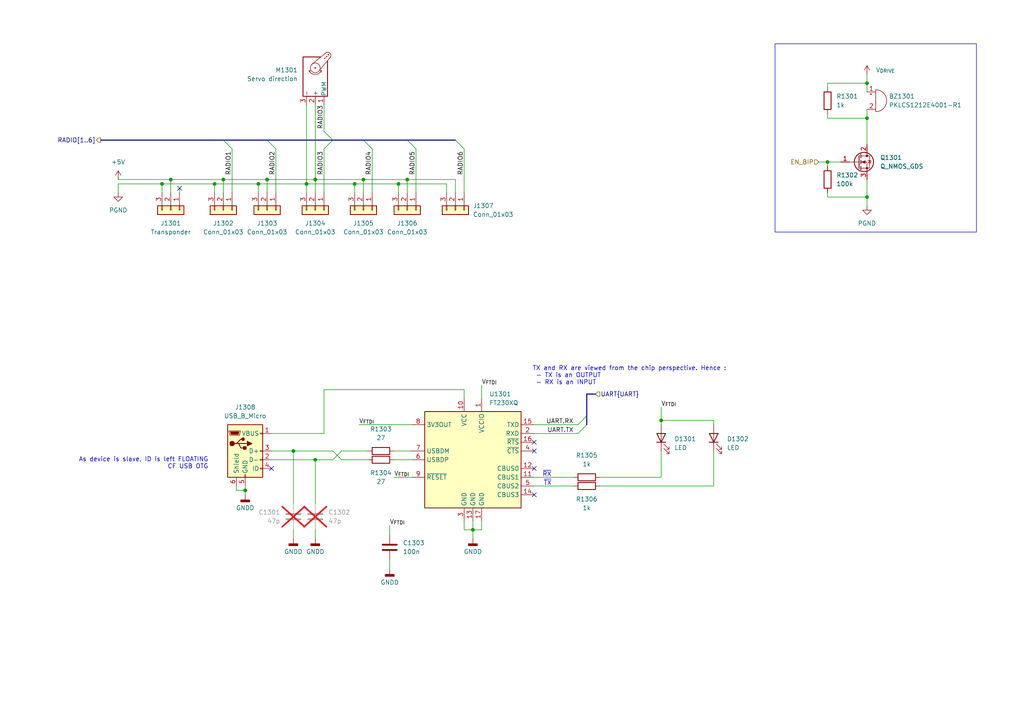
<source format=kicad_sch>
(kicad_sch (version 20240101) (generator "eeschema") (generator_version "8.99")
  (paper "A4")
  (title_block (date "2023-04-05") (rev "0.1") (company "Julien FAUCHER") (comment 1 "Defis solaires 2024"))
  (lib_symbols
    (symbol "Connector:USB_B_Micro" (pin_names (offset 1.016))
      (property "Reference" "J" (at -5.08 11.43 0))
      (property "Value" "USB_B_Micro" (at -5.08 8.89 0))
      (symbol "USB_B_Micro_0_1"
        (rectangle (start -5.08 -7.62) (end 5.08 7.62) (stroke (width 0.254)) (fill (type background)))
        (circle (center -3.81 2.159) (radius 0.635) (stroke (width 0.254)) (fill (type outline)))
        (circle (center -0.635 3.429) (radius 0.381) (stroke (width 0.254)) (fill (type outline)))
        (rectangle (start -0.127 -7.62) (end 0.127 -6.858))
        (polyline (pts (xy -1.905 2.159) (xy 0.635 2.159)) (stroke (width 0.254)))
        (polyline (pts (xy -3.175 2.159) (xy -2.54 2.159) (xy -1.27 3.429) (xy -0.635 3.429)) (stroke (width 0.254)))
        (polyline (pts (xy -2.54 2.159) (xy -1.905 2.159) (xy -1.27 0.889) (xy 0 0.889)) (stroke (width 0.254)))
        (polyline (pts (xy 0.635 2.794) (xy 0.635 1.524) (xy 1.905 2.159) (xy 0.635 2.794)) (stroke (width 0.254)) (fill (type outline)))
        (polyline (pts (xy -4.318 5.588) (xy -1.778 5.588) (xy -2.032 4.826) (xy -4.064 4.826) (xy -4.318 5.588)) (fill (type outline)))
        (polyline (pts (xy -4.699 5.842) (xy -4.699 5.588) (xy -4.445 4.826) (xy -4.445 4.572) (xy -1.651 4.572) (xy -1.651 4.826) (xy -1.397 5.588) (xy -1.397 5.842) (xy -4.699 5.842)))
        (rectangle (start 0.254 1.27) (end -0.508 0.508) (stroke (width 0.254)) (fill (type outline)))
        (rectangle (start 5.08 -5.207) (end 4.318 -4.953))
        (rectangle (start 5.08 -2.667) (end 4.318 -2.413))
        (rectangle (start 5.08 -0.127) (end 4.318 0.127))
        (rectangle (start 5.08 4.953) (end 4.318 5.207))
      )
      (symbol "USB_B_Micro_1_1"
        (pin power_out line (at 7.62 5.08 180) (length 2.54) (name "VBUS") (number "1"))
        (pin bidirectional line (at 7.62 -2.54 180) (length 2.54) (name "D-") (number "2"))
        (pin bidirectional line (at 7.62 0 180) (length 2.54) (name "D+") (number "3"))
        (pin passive line (at 7.62 -5.08 180) (length 2.54) (name "ID") (number "4"))
        (pin power_out line (at 0 -10.16 90) (length 2.54) (name "GND") (number "5"))
        (pin passive line (at -2.54 -10.16 90) (length 2.54) (name "Shield") (number "6"))
      )
    )
    (symbol "Connector_Generic:Conn_01x03" (pin_names (offset 1.016) hide)
      (property "Reference" "J" (at 0 5.08 0))
      (property "Value" "Conn_01x03" (at 0 -5.08 0))
      (symbol "Conn_01x03_1_1"
        (rectangle (start -1.27 -2.413) (end 0 -2.667) (stroke (width 0.1524)))
        (rectangle (start -1.27 0.127) (end 0 -0.127) (stroke (width 0.1524)))
        (rectangle (start -1.27 2.667) (end 0 2.413) (stroke (width 0.1524)))
        (rectangle (start -1.27 3.81) (end 1.27 -3.81) (stroke (width 0.254)) (fill (type background)))
        (pin passive line (at -5.08 2.54 0) (length 3.81) (name "Pin_1") (number "1"))
        (pin passive line (at -5.08 0 0) (length 3.81) (name "Pin_2") (number "2"))
        (pin passive line (at -5.08 -2.54 0) (length 3.81) (name "Pin_3") (number "3"))
      )
    )
    (symbol "Device:Buzzer" (pin_names (offset 0.0254) hide)
      (property "Reference" "BZ" (at 3.81 1.27 0))
      (property "Value" "Buzzer" (at 3.81 -1.27 0))
      (symbol "Buzzer_0_1"
        (arc (start 0 -3.175) (mid 3.1612 0) (end 0 3.175))
        (polyline (pts (xy -1.651 1.905) (xy -1.143 1.905)))
        (polyline (pts (xy -1.397 2.159) (xy -1.397 1.651)))
        (polyline (pts (xy 0 3.175) (xy 0 -3.175)))
      )
      (symbol "Buzzer_1_1"
        (pin passive line (at -2.54 2.54 0) (length 2.54) (name "+") (number "1"))
        (pin passive line (at -2.54 -2.54 0) (length 2.54) (name "-") (number "2"))
      )
    )
    (symbol "Device:C" (pin_numbers hide) (pin_names (offset 0.254))
      (property "Reference" "C" (at 0.635 2.54 0))
      (property "Value" "C" (at 0.635 -2.54 0))
      (symbol "C_0_1"
        (polyline (pts (xy -2.032 -0.762) (xy 2.032 -0.762)) (stroke (width 0.508)))
        (polyline (pts (xy -2.032 0.762) (xy 2.032 0.762)) (stroke (width 0.508)))
      )
      (symbol "C_1_1"
        (pin passive line (at 0 3.81 270) (length 2.794) (name "~") (number "1"))
        (pin passive line (at 0 -3.81 90) (length 2.794) (name "~") (number "2"))
      )
    )
    (symbol "Device:LED" (pin_numbers hide) (pin_names (offset 1.016) hide)
      (property "Reference" "D" (at 0 2.54 0))
      (property "Value" "LED" (at 0 -2.54 0))
      (symbol "LED_0_1"
        (polyline (pts (xy -1.27 -1.27) (xy -1.27 1.27)) (stroke (width 0.254)))
        (polyline (pts (xy -1.27 0) (xy 1.27 0)))
        (polyline (pts (xy 1.27 -1.27) (xy 1.27 1.27) (xy -1.27 0) (xy 1.27 -1.27)) (stroke (width 0.254)))
        (polyline (pts (xy -3.048 -0.762) (xy -4.572 -2.286) (xy -3.81 -2.286) (xy -4.572 -2.286) (xy -4.572 -1.524)))
        (polyline (pts (xy -1.778 -0.762) (xy -3.302 -2.286) (xy -2.54 -2.286) (xy -3.302 -2.286) (xy -3.302 -1.524)))
      )
      (symbol "LED_1_1"
        (pin passive line (at -3.81 0 0) (length 2.54) (name "K") (number "1"))
        (pin passive line (at 3.81 0 180) (length 2.54) (name "A") (number "2"))
      )
    )
    (symbol "Device:Q_NMOS_GDS" (pin_names (offset 0) hide)
      (property "Reference" "Q" (at 5.08 1.27 0))
      (property "Value" "Q_NMOS_GDS" (at 5.08 -1.27 0))
      (symbol "Q_NMOS_GDS_0_1"
        (polyline (pts (xy 0.254 0) (xy -2.54 0)))
        (polyline (pts (xy 0.254 1.905) (xy 0.254 -1.905)) (stroke (width 0.254)))
        (polyline (pts (xy 0.762 -1.27) (xy 0.762 -2.286)) (stroke (width 0.254)))
        (polyline (pts (xy 0.762 0.508) (xy 0.762 -0.508)) (stroke (width 0.254)))
        (polyline (pts (xy 0.762 2.286) (xy 0.762 1.27)) (stroke (width 0.254)))
        (polyline (pts (xy 2.54 2.54) (xy 2.54 1.778)))
        (polyline (pts (xy 2.54 -2.54) (xy 2.54 0) (xy 0.762 0)))
        (polyline (pts (xy 0.762 -1.778) (xy 3.302 -1.778) (xy 3.302 1.778) (xy 0.762 1.778)))
        (polyline (pts (xy 1.016 0) (xy 2.032 0.381) (xy 2.032 -0.381) (xy 1.016 0)) (fill (type outline)))
        (polyline (pts (xy 2.794 0.508) (xy 2.921 0.381) (xy 3.683 0.381) (xy 3.81 0.254)))
        (polyline (pts (xy 3.302 0.381) (xy 2.921 -0.254) (xy 3.683 -0.254) (xy 3.302 0.381)))
        (circle (center 1.651 0) (radius 2.794) (stroke (width 0.254)))
        (circle (center 2.54 -1.778) (radius 0.254) (fill (type outline)))
        (circle (center 2.54 1.778) (radius 0.254) (fill (type outline)))
      )
      (symbol "Q_NMOS_GDS_1_1"
        (pin input line (at -5.08 0 0) (length 2.54) (name "G") (number "1"))
        (pin passive line (at 2.54 5.08 270) (length 2.54) (name "D") (number "2"))
        (pin passive line (at 2.54 -5.08 90) (length 2.54) (name "S") (number "3"))
      )
    )
    (symbol "Device:R" (pin_numbers hide) (pin_names (offset 0))
      (property "Reference" "R" (at 2.032 0 90))
      (property "Value" "R" (at 0 0 90))
      (symbol "R_0_1"
        (rectangle (start -1.016 -2.54) (end 1.016 2.54) (stroke (width 0.254)))
      )
      (symbol "R_1_1"
        (pin passive line (at 0 3.81 270) (length 1.27) (name "~") (number "1"))
        (pin passive line (at 0 -3.81 90) (length 1.27) (name "~") (number "2"))
      )
    )
    (symbol "Interface_USB:FT230XQ"
      (property "Reference" "U" (at -13.97 15.24 0))
      (property "Value" "FT230XQ" (at 7.62 15.24 0))
      (symbol "FT230XQ_0_1"
        (rectangle (start -13.97 13.97) (end 13.97 -13.97) (stroke (width 0.254)) (fill (type background)))
      )
      (symbol "FT230XQ_1_1"
        (pin power_in line (at 2.54 17.78 270) (length 3.81) (name "VCCIO") (number "1"))
        (pin power_in line (at -2.54 17.78 270) (length 3.81) (name "VCC") (number "10"))
        (pin output line (at 17.78 10.16 180) (length 3.81) (name "TXD") (number "15"))
        (pin input line (at 17.78 7.62 180) (length 3.81) (name "RXD") (number "2"))
        (pin output line (at 17.78 5.08 180) (length 3.81) (name "~{RTS}") (number "16"))
        (pin input line (at 17.78 2.54 180) (length 3.81) (name "~{CTS}") (number "4"))
        (pin bidirectional line (at 17.78 -2.54 180) (length 3.81) (name "CBUS0") (number "12"))
        (pin bidirectional line (at 17.78 -5.08 180) (length 3.81) (name "CBUS1") (number "11"))
        (pin bidirectional line (at 17.78 -7.62 180) (length 3.81) (name "CBUS2") (number "5"))
        (pin bidirectional line (at 17.78 -10.16 180) (length 3.81) (name "CBUS3") (number "14"))
        (pin power_in line (at 2.54 -17.78 90) (length 3.81) (name "GND") (number "17"))
        (pin power_in line (at 0 -17.78 90) (length 3.81) (name "GND") (number "13"))
        (pin power_in line (at -2.54 -17.78 90) (length 3.81) (name "GND") (number "3"))
        (pin bidirectional line (at -17.78 0 0) (length 3.81) (name "USBDP") (number "6"))
        (pin bidirectional line (at -17.78 2.54 0) (length 3.81) (name "USBDM") (number "7"))
        (pin power_out line (at -17.78 10.16 0) (length 3.81) (name "3V3OUT") (number "8"))
        (pin input line (at -17.78 -5.08 0) (length 3.81) (name "~{RESET}") (number "9"))
      )
    )
    (symbol "Motor:Motor_Servo" (pin_names (offset 0.0254))
      (property "Reference" "M" (at -5.08 4.445 0))
      (property "Value" "Motor_Servo" (at -5.08 -4.064 0))
      (symbol "Motor_Servo_0_1"
        (polyline (pts (xy 2.413 -1.778) (xy 2.032 -1.778)))
        (polyline (pts (xy 2.413 -1.778) (xy 2.286 -1.397)))
        (polyline (pts (xy 2.413 1.778) (xy 1.905 1.778)))
        (polyline (pts (xy 2.413 1.778) (xy 2.286 1.397)))
        (polyline (pts (xy 6.35 4.445) (xy 2.54 1.27)))
        (polyline (pts (xy 7.62 3.175) (xy 4.191 -1.016)))
        (polyline (pts (xy 5.08 3.556) (xy -5.08 3.556) (xy -5.08 -3.556) (xy 6.35 -3.556) (xy 6.35 1.524)) (stroke (width 0.254)))
        (arc (start 2.413 1.778) (mid 1.2406 0) (end 2.413 -1.778))
        (circle (center 3.175 0) (radius 0.1778))
        (circle (center 3.175 0) (radius 1.4224))
        (circle (center 5.969 2.794) (radius 0.127))
        (circle (center 6.477 3.302) (radius 0.127))
        (circle (center 6.985 3.81) (radius 0.127))
        (arc (start 7.62 3.175) (mid 7.4485 4.2735) (end 6.35 4.445))
      )
      (symbol "Motor_Servo_1_1"
        (pin passive line (at -7.62 2.54 0) (length 2.54) (name "PWM") (number "1"))
        (pin passive line (at -7.62 0 0) (length 2.54) (name "+") (number "2"))
        (pin passive line (at -7.62 -2.54 0) (length 2.54) (name "-") (number "3"))
      )
    )
    (symbol "power:+12V" (power) (pin_names (offset 0))
      (property "Value" "+12V" (at 0 3.556 0))
      (symbol "+12V_0_1"
        (polyline (pts (xy -0.762 1.27) (xy 0 2.54)))
        (polyline (pts (xy 0 0) (xy 0 2.54)))
        (polyline (pts (xy 0 2.54) (xy 0.762 1.27)))
      )
      (symbol "+12V_1_1"
        (pin power_in line (at 0 0 90) (length 0) hide (name "+12V") (number "1"))
      )
    )
    (symbol "power:+5V" (power) (pin_names (offset 0))
      (property "Value" "+5V" (at 0 3.556 0))
      (symbol "+5V_0_1"
        (polyline (pts (xy -0.762 1.27) (xy 0 2.54)))
        (polyline (pts (xy 0 0) (xy 0 2.54)))
        (polyline (pts (xy 0 2.54) (xy 0.762 1.27)))
      )
      (symbol "+5V_1_1"
        (pin power_in line (at 0 0 90) (length 0) hide (name "+5V") (number "1"))
      )
    )
    (symbol "power:GND" (power) (pin_names (offset 0))
      (property "Value" "GND" (at 0 -3.81 0))
      (symbol "GND_0_1"
        (polyline (pts (xy 0 0) (xy 0 -1.27) (xy 1.27 -1.27) (xy 0 -2.54) (xy -1.27 -1.27) (xy 0 -1.27)))
      )
      (symbol "GND_1_1"
        (pin power_in line (at 0 0 270) (length 0) hide (name "GND") (number "1"))
      )
    )
    (symbol "power:GNDD" (power) (pin_numbers hide) (pin_names (offset 0) hide)
      (property "Value" "GNDD" (at 0 -3.175 0))
      (symbol "GNDD_0_1"
        (rectangle (start -1.27 -1.524) (end 1.27 -2.032) (stroke (width 0.254)) (fill (type outline)))
        (polyline (pts (xy 0 0) (xy 0 -1.524)))
      )
      (symbol "GNDD_1_1"
        (pin power_in line (at 0 0 270) (length 0) (name "~") (number "1"))
      )
    )
  )
  (bus_alias "UART" (members "RX" "TX"))
  (junction (at 251.46 24.13))
  (junction (at 46.99 53.34))
  (junction (at 191.77 121.92))
  (junction (at 91.44 52.07))
  (junction (at 240.03 46.99))
  (junction (at 137.16 153.67))
  (junction (at 105.41 52.07))
  (junction (at 85.09 130.81))
  (junction (at 115.57 53.34))
  (junction (at 102.87 53.34))
  (junction (at 49.53 52.07))
  (junction (at 64.77 52.07))
  (junction (at 251.46 34.29))
  (junction (at 71.12 142.24))
  (junction (at 62.23 53.34))
  (junction (at 91.44 133.35))
  (junction (at 74.93 53.34))
  (junction (at 251.46 57.15))
  (junction (at 77.47 52.07))
  (junction (at 118.11 52.07))
  (junction (at 88.9 53.34))
  (no_connect (at 154.94 130.81))
  (no_connect (at 78.74 135.89))
  (no_connect (at 154.94 128.27))
  (no_connect (at 52.07 54.61))
  (no_connect (at 154.94 135.89))
  (no_connect (at 154.94 143.51))
  (bus_entry (at 96.52 40.64) (size -2.54 -2.54))
  (bus_entry (at 170.18 120.65) (size -2.54 2.54))
  (bus_entry (at 96.52 40.64) (size -2.54 2.54))
  (bus_entry (at 105.41 40.64) (size 2.54 2.54))
  (bus_entry (at 132.08 40.64) (size 2.54 2.54))
  (bus_entry (at 77.47 40.64) (size 2.54 2.54))
  (bus_entry (at 170.18 123.19) (size -2.54 2.54))
  (bus_entry (at 64.77 40.64) (size 2.54 2.54))
  (bus_entry (at 118.11 40.64) (size 2.54 2.54))
  (wire (pts (xy 88.9 53.34) (xy 102.87 53.34)))
  (wire (pts (xy 62.23 53.34) (xy 74.93 53.34)))
  (wire (pts (xy 46.99 53.34) (xy 46.99 55.88)))
  (wire (pts (xy 91.44 52.07) (xy 91.44 55.88)))
  (wire (pts (xy 71.12 142.24) (xy 71.12 143.51)))
  (wire (pts (xy 68.58 142.24) (xy 71.12 142.24)))
  (wire (pts (xy 134.62 153.67) (xy 137.16 153.67)))
  (wire (pts (xy 34.29 52.07) (xy 49.53 52.07)))
  (wire (pts (xy 191.77 118.11) (xy 191.77 121.92)))
  (wire (pts (xy 191.77 121.92) (xy 207.01 121.92)))
  (bus (pts (xy 170.18 114.3) (xy 170.18 120.65)))
  (wire (pts (xy 107.95 43.18) (xy 107.95 55.88)))
  (wire (pts (xy 114.3 138.43) (xy 119.38 138.43)))
  (wire (pts (xy 91.44 30.48) (xy 91.44 52.07)))
  (wire (pts (xy 91.44 52.07) (xy 105.41 52.07)))
  (wire (pts (xy 114.3 133.35) (xy 119.38 133.35)))
  (wire (pts (xy 134.62 113.03) (xy 134.62 115.57)))
  (wire (pts (xy 251.46 57.15) (xy 251.46 59.69)))
  (bus (pts (xy 64.77 40.64) (xy 77.47 40.64)))
  (wire (pts (xy 74.93 53.34) (xy 88.9 53.34)))
  (wire (pts (xy 132.08 52.07) (xy 132.08 55.88)))
  (wire (pts (xy 115.57 53.34) (xy 129.54 53.34)))
  (wire (pts (xy 80.01 43.18) (xy 80.01 55.88)))
  (wire (pts (xy 78.74 130.81) (xy 85.09 130.81)))
  (wire (pts (xy 207.01 121.92) (xy 207.01 123.19)))
  (wire (pts (xy 154.94 138.43) (xy 166.37 138.43)))
  (wire (pts (xy 88.9 30.48) (xy 88.9 53.34)))
  (wire (pts (xy 118.11 52.07) (xy 132.08 52.07)))
  (wire (pts (xy 118.11 52.07) (xy 118.11 55.88)))
  (wire (pts (xy 191.77 121.92) (xy 191.77 123.19)))
  (wire (pts (xy 113.03 152.4) (xy 113.03 154.94)))
  (wire (pts (xy 62.23 55.88) (xy 62.23 53.34)))
  (wire (pts (xy 67.31 43.18) (xy 67.31 55.88)))
  (wire (pts (xy 240.03 24.13) (xy 251.46 24.13)))
  (wire (pts (xy 71.12 140.97) (xy 71.12 142.24)))
  (wire (pts (xy 99.06 130.81) (xy 106.68 130.81)))
  (bus (pts (xy 105.41 40.64) (xy 118.11 40.64)))
  (wire (pts (xy 240.03 46.99) (xy 243.84 46.99)))
  (wire (pts (xy 240.03 33.02) (xy 240.03 34.29)))
  (wire (pts (xy 207.01 140.97) (xy 207.01 130.81)))
  (wire (pts (xy 74.93 53.34) (xy 74.93 55.88)))
  (wire (pts (xy 78.74 125.73) (xy 93.98 125.73)))
  (wire (pts (xy 137.16 151.13) (xy 137.16 153.67)))
  (wire (pts (xy 154.94 125.73) (xy 167.64 125.73)))
  (wire (pts (xy 251.46 31.75) (xy 251.46 34.29)))
  (wire (pts (xy 85.09 130.81) (xy 96.52 130.81)))
  (wire (pts (xy 96.52 133.35) (xy 99.06 130.81)))
  (wire (pts (xy 240.03 55.88) (xy 240.03 57.15)))
  (wire (pts (xy 93.98 30.48) (xy 93.98 38.1)))
  (wire (pts (xy 91.44 133.35) (xy 96.52 133.35)))
  (bus (pts (xy 170.18 114.3) (xy 172.72 114.3)))
  (wire (pts (xy 85.09 130.81) (xy 85.09 146.05)))
  (wire (pts (xy 191.77 138.43) (xy 191.77 130.81)))
  (wire (pts (xy 113.03 162.56) (xy 113.03 165.1)))
  (wire (pts (xy 88.9 53.34) (xy 88.9 55.88)))
  (wire (pts (xy 154.94 140.97) (xy 166.37 140.97)))
  (bus (pts (xy 96.52 40.64) (xy 105.41 40.64)))
  (wire (pts (xy 52.07 54.61) (xy 52.07 55.88)))
  (wire (pts (xy 134.62 151.13) (xy 134.62 153.67)))
  (wire (pts (xy 137.16 153.67) (xy 137.16 156.21)))
  (wire (pts (xy 115.57 53.34) (xy 115.57 55.88)))
  (bus (pts (xy 118.11 40.64) (xy 132.08 40.64)))
  (wire (pts (xy 64.77 52.07) (xy 77.47 52.07)))
  (wire (pts (xy 64.77 55.88) (xy 64.77 52.07)))
  (wire (pts (xy 68.58 140.97) (xy 68.58 142.24)))
  (bus (pts (xy 29.21 40.64) (xy 64.77 40.64)))
  (wire (pts (xy 137.16 153.67) (xy 139.7 153.67)))
  (wire (pts (xy 240.03 46.99) (xy 240.03 48.26)))
  (wire (pts (xy 46.99 53.34) (xy 34.29 53.34)))
  (wire (pts (xy 251.46 52.07) (xy 251.46 57.15)))
  (wire (pts (xy 64.77 52.07) (xy 49.53 52.07)))
  (wire (pts (xy 120.65 43.18) (xy 120.65 55.88)))
  (wire (pts (xy 129.54 53.34) (xy 129.54 55.88)))
  (wire (pts (xy 78.74 133.35) (xy 91.44 133.35)))
  (wire (pts (xy 240.03 57.15) (xy 251.46 57.15)))
  (wire (pts (xy 251.46 24.13) (xy 251.46 26.67)))
  (wire (pts (xy 240.03 34.29) (xy 251.46 34.29)))
  (bus (pts (xy 77.47 40.64) (xy 96.52 40.64)))
  (wire (pts (xy 139.7 153.67) (xy 139.7 151.13)))
  (wire (pts (xy 34.29 53.34) (xy 34.29 55.88)))
  (wire (pts (xy 77.47 52.07) (xy 77.47 55.88)))
  (wire (pts (xy 139.7 111.76) (xy 139.7 115.57)))
  (wire (pts (xy 105.41 52.07) (xy 105.41 55.88)))
  (wire (pts (xy 104.14 123.19) (xy 119.38 123.19)))
  (wire (pts (xy 99.06 133.35) (xy 106.68 133.35)))
  (wire (pts (xy 240.03 25.4) (xy 240.03 24.13)))
  (wire (pts (xy 96.52 130.81) (xy 99.06 133.35)))
  (wire (pts (xy 93.98 125.73) (xy 93.98 113.03)))
  (bus (pts (xy 170.18 120.65) (xy 170.18 123.19)))
  (wire (pts (xy 134.62 43.18) (xy 134.62 55.88)))
  (wire (pts (xy 102.87 55.88) (xy 102.87 53.34)))
  (wire (pts (xy 102.87 53.34) (xy 115.57 53.34)))
  (wire (pts (xy 251.46 34.29) (xy 251.46 41.91)))
  (wire (pts (xy 93.98 43.18) (xy 93.98 55.88)))
  (wire (pts (xy 251.46 21.59) (xy 251.46 24.13)))
  (wire (pts (xy 77.47 52.07) (xy 91.44 52.07)))
  (wire (pts (xy 93.98 113.03) (xy 134.62 113.03)))
  (wire (pts (xy 154.94 123.19) (xy 167.64 123.19)))
  (wire (pts (xy 85.09 153.67) (xy 85.09 156.21)))
  (wire (pts (xy 49.53 52.07) (xy 49.53 55.88)))
  (wire (pts (xy 62.23 53.34) (xy 46.99 53.34)))
  (wire (pts (xy 91.44 133.35) (xy 91.44 146.05)))
  (wire (pts (xy 173.99 138.43) (xy 191.77 138.43)))
  (wire (pts (xy 237.49 46.99) (xy 240.03 46.99)))
  (wire (pts (xy 173.99 140.97) (xy 207.01 140.97)))
  (wire (pts (xy 114.3 130.81) (xy 119.38 130.81)))
  (wire (pts (xy 91.44 153.67) (xy 91.44 156.21)))
  (wire (pts (xy 105.41 52.07) (xy 118.11 52.07)))
  (rectangle (start 224.79 12.7) (end 283.21 67.31))
  (text "TX and RX are viewed from the chip perspective. Hence :\n - TX is an OUTPUT\n - RX is an INPUT\n" (at 154.432 111.76 0) (effects (font (size 1.27 1.27)) (justify left bottom)))
  (text "~{RX}" (at 160.0037 138.43 0) (effects (font (size 1.27 1.27)) (justify right bottom)))
  (text "~{TX}" (at 160.02 140.97 0) (effects (font (size 1.27 1.27)) (justify right bottom)))
  (text "As device is slave, ID is left FLOATING\nCF USB OTG" (at 60.452 136.144 0) (effects (font (size 1.27 1.27)) (justify right bottom)))
  (label "V_{FTDI}" (at 113.03 152.4 0))
  (label "RADIO3" (at 93.98 50.8 90))
  (label "RADIO3" (at 93.98 30.48 270))
  (label "UART.RX" (at 166.37 123.19 180))
  (label "V_{FTDI}" (at 139.7 111.76 0))
  (label "RADIO1" (at 67.31 50.8 90))
  (label "V_{FTDI}" (at 191.77 118.11 0))
  (label "UART.TX" (at 166.37 125.73 180))
  (label "V_{FTDI}" (at 114.3 138.43 0))
  (label "RADIO4" (at 107.95 50.8 90))
  (label "RADIO6" (at 134.62 50.8 90))
  (label "RADIO5" (at 120.65 50.8 90))
  (label "V_{FTDI}" (at 104.14 123.19 0))
  (label "RADIO2" (at 80.01 50.8 90))
  (hierarchical_label "EN_BIP" (shape input) (at 237.49 46.99 180))
  (hierarchical_label "RADIO[1..6]" (shape output) (at 29.21 40.64 180))
  (hierarchical_label "UART{UART}" (shape input) (at 172.72 114.3 0))
  (symbol (lib_id "power:GNDD") (at 137.16 156.21 0) (unit 1)
    (property "Reference" "#PWR01308" (effects (hide yes)))
    (property "Value" "GNDD" (at 137.16 160.02 0))
    (property "Description" "Power symbol creates a global label with name \"GNDD\" , digital ground" (effects (hide yes)))
  )
  (symbol (lib_id "power:+5V") (at 34.29 52.07 0) (unit 1)
    (property "Reference" "#PWR01302" (effects (hide yes)))
    (property "Value" "+5V" (at 34.29 46.99 0))
    (property "Description" "Power symbol creates a global label with name \"+5V\"" (effects (hide yes)))
  )
  (symbol (lib_id "power:GNDD") (at 113.03 165.1 0) (unit 1)
    (property "Reference" "#PWR01309" (effects (hide yes)))
    (property "Value" "GNDD" (at 113.03 168.91 0))
    (property "Description" "Power symbol creates a global label with name \"GNDD\" , digital ground" (effects (hide yes)))
  )
  (symbol (lib_id "Device:R") (at 240.03 29.21 0) (unit 1)
    (property "Reference" "R1301" (at 242.57 27.9399 0) (effects (justify left)))
    (property "Value" "1k" (at 242.57 30.4799 0) (effects (justify left)))
    (property "Footprint" "Resistor_SMD:R_0805_2012Metric" (effects (hide yes)))
    (property "Description" "Resistor" (effects (hide yes)))
  )
  (symbol (lib_id "Connector_Generic:Conn_01x03") (at 132.08 60.96 270) (unit 1)
    (property "Reference" "J1307" (at 137.16 59.6899 90) (effects (justify left)))
    (property "Value" "Conn_01x03" (at 137.16 62.2299 90) (effects (justify left)))
    (property "Footprint" "Connector_PinHeader_2.54mm:PinHeader_1x03_P2.54mm_Vertical" (effects (hide yes)))
    (property "Description" "Generic connector, single row, 01x03, script generated (kicad-library-utils/schlib/autogen/connector/)" (effects (hide yes)))
  )
  (symbol (lib_id "Connector_Generic:Conn_01x03") (at 105.41 60.96 270) (unit 1)
    (property "Reference" "J1305" (at 105.41 64.77 90))
    (property "Value" "Conn_01x03" (at 105.41 67.31 90))
    (property "Footprint" "Connector_PinHeader_2.54mm:PinHeader_1x03_P2.54mm_Vertical" (effects (hide yes)))
    (property "Description" "Generic connector, single row, 01x03, script generated (kicad-library-utils/schlib/autogen/connector/)" (effects (hide yes)))
  )
  (symbol (lib_id "Device:C") (at 113.03 158.75 0) (unit 1)
    (property "Reference" "C1303" (at 116.84 157.4799 0) (effects (justify left)))
    (property "Value" "100n" (at 116.84 160.0199 0) (effects (justify left)))
    (property "Footprint" "Capacitor_SMD:C_0805_2012Metric" (effects (hide yes)))
    (property "Description" "Unpolarized capacitor" (effects (hide yes)))
  )
  (symbol (lib_id "Connector_Generic:Conn_01x03") (at 77.47 60.96 270) (unit 1)
    (property "Reference" "J1303" (at 77.47 64.77 90))
    (property "Value" "Conn_01x03" (at 77.47 67.31 90))
    (property "Footprint" "Connector_PinHeader_2.54mm:PinHeader_1x03_P2.54mm_Vertical" (effects (hide yes)))
    (property "Description" "Generic connector, single row, 01x03, script generated (kicad-library-utils/schlib/autogen/connector/)" (effects (hide yes)))
  )
  (symbol (lib_id "Device:R") (at 110.49 133.35 270) (unit 1)
    (property "Reference" "R1304" (at 110.49 137.16 90))
    (property "Value" "27" (at 110.49 139.7 90))
    (property "Footprint" "Resistor_SMD:R_0805_2012Metric" (effects (hide yes)))
    (property "Description" "Resistor" (effects (hide yes)))
  )
  (symbol (lib_id "Device:R") (at 170.18 138.43 270) (unit 1)
    (property "Reference" "R1305" (at 170.18 132.08 90))
    (property "Value" "1k" (at 170.18 134.62 90))
    (property "Footprint" "Resistor_SMD:R_0805_2012Metric" (effects (hide yes)))
    (property "Description" "Resistor" (effects (hide yes)))
  )
  (symbol (lib_id "Device:Buzzer") (at 254 29.21 0) (unit 1)
    (property "Reference" "BZ1301" (at 257.81 27.9399 0) (effects (justify left)))
    (property "Value" "PKLCS1212E4001-R1" (at 257.81 30.4799 0) (effects (justify left)))
    (property "Datasheet" "https://www.murata.com/products/productdata/8801054490654/SPEC-PKLCS1212E4001-R1.pdf" (effects (hide yes)))
    (property "Description" "Buzzer, polarized" (effects (hide yes)))
  )
  (symbol (lib_id "Connector_Generic:Conn_01x03") (at 64.77 60.96 270) (unit 1)
    (property "Reference" "J1302" (at 64.77 64.77 90))
    (property "Value" "Conn_01x03" (at 64.77 67.31 90))
    (property "Footprint" "Connector_PinHeader_2.54mm:PinHeader_1x03_P2.54mm_Vertical" (effects (hide yes)))
    (property "Description" "Generic connector, single row, 01x03, script generated (kicad-library-utils/schlib/autogen/connector/)" (effects (hide yes)))
  )
  (symbol (lib_id "Device:Q_NMOS_GDS") (at 248.92 46.99 0) (unit 1)
    (property "Reference" "Q1301" (at 255.27 45.7199 0) (effects (justify left)))
    (property "Value" "Q_NMOS_GDS" (at 255.27 48.2599 0) (effects (justify left)))
    (property "Description" "N-MOSFET transistor, gate/drain/source" (effects (hide yes)))
  )
  (symbol (lib_id "power:GNDD") (at 71.12 143.51 0) (unit 1)
    (property "Reference" "#PWR01305" (effects (hide yes)))
    (property "Value" "GNDD" (at 71.12 147.32 0))
    (property "Description" "Power symbol creates a global label with name \"GNDD\" , digital ground" (effects (hide yes)))
  )
  (symbol (lib_id "Interface_USB:FT230XQ") (at 137.16 133.35 0) (unit 1)
    (property "Reference" "U1301" (at 141.8941 114.3 0) (effects (justify left)))
    (property "Value" "FT230XQ" (at 141.8941 116.84 0) (effects (justify left)))
    (property "Footprint" "Package_DFN_QFN:QFN-16-1EP_4x4mm_P0.65mm_EP2.1x2.1mm" (effects (hide yes)))
    (property "Datasheet" "https://ftdichip.com/wp-content/uploads/2021/10/DS_FT230X.pdf" (effects (hide yes)))
    (property "Description" "Full Speed USB to Basic UART, QFN-16" (effects (hide yes)))
  )
  (symbol (lib_id "Connector_Generic:Conn_01x03") (at 91.44 60.96 270) (unit 1)
    (property "Reference" "J1304" (at 91.44 64.77 90))
    (property "Value" "Conn_01x03" (at 91.44 67.31 90))
    (property "Footprint" "Connector_PinHeader_2.54mm:PinHeader_1x03_P2.54mm_Vertical" (effects (hide yes)))
    (property "Description" "Generic connector, single row, 01x03, script generated (kicad-library-utils/schlib/autogen/connector/)" (effects (hide yes)))
  )
  (symbol (lib_id "Device:R") (at 170.18 140.97 270) (unit 1)
    (property "Reference" "R1306" (at 170.18 144.78 90))
    (property "Value" "1k" (at 170.18 147.32 90))
    (property "Footprint" "Resistor_SMD:R_0805_2012Metric" (effects (hide yes)))
    (property "Description" "Resistor" (effects (hide yes)))
  )
  (symbol (lib_id "power:GNDD") (at 91.44 156.21 0) (unit 1)
    (property "Reference" "#PWR01307" (effects (hide yes)))
    (property "Value" "GNDD" (at 91.44 160.02 0))
    (property "Description" "Power symbol creates a global label with name \"GNDD\" , digital ground" (effects (hide yes)))
  )
  (symbol (lib_id "Connector_Generic:Conn_01x03") (at 118.11 60.96 270) (unit 1)
    (property "Reference" "J1306" (at 118.11 64.77 90))
    (property "Value" "Conn_01x03" (at 118.11 67.31 90))
    (property "Footprint" "Connector_PinHeader_2.54mm:PinHeader_1x03_P2.54mm_Vertical" (effects (hide yes)))
    (property "Description" "Generic connector, single row, 01x03, script generated (kicad-library-utils/schlib/autogen/connector/)" (effects (hide yes)))
  )
  (symbol (lib_id "power:+12V") (at 251.46 21.59 0) (unit 1)
    (property "Reference" "#PWR01301" (effects (hide yes)))
    (property "Value" "V_{DRIVE}" (at 254 20.3199 0) (effects (justify left)))
    (property "Description" "Power symbol creates a global label with name \"+12V\"" (effects (hide yes)))
  )
  (symbol (lib_id "Device:R") (at 110.49 130.81 270) (unit 1)
    (property "Reference" "R1303" (at 110.49 124.46 90))
    (property "Value" "27" (at 110.49 127 90))
    (property "Footprint" "Resistor_SMD:R_0805_2012Metric" (effects (hide yes)))
    (property "Description" "Resistor" (effects (hide yes)))
  )
  (symbol (lib_id "Device:LED") (at 191.77 127 90) (unit 1)
    (property "Reference" "D1301" (at 195.58 127.3174 90) (effects (justify right)))
    (property "Value" "LED" (at 195.58 129.8574 90) (effects (justify right)))
    (property "Footprint" "LED_SMD:LED_0805_2012Metric" (effects (hide yes)))
    (property "Description" "Light emitting diode" (effects (hide yes)))
  )
  (symbol (lib_id "power:GNDD") (at 85.09 156.21 0) (unit 1)
    (property "Reference" "#PWR01306" (effects (hide yes)))
    (property "Value" "GNDD" (at 85.09 160.02 0))
    (property "Description" "Power symbol creates a global label with name \"GNDD\" , digital ground" (effects (hide yes)))
  )
  (symbol (lib_id "Motor:Motor_Servo") (at 91.44 22.86 270) (mirror x) (unit 1)
    (property "Reference" "M1301" (at 86.36 20.331 90) (effects (justify right)))
    (property "Value" "Servo direction" (at 86.36 22.871 90) (effects (justify right)))
    (property "Footprint" "Connector_PinHeader_2.54mm:PinHeader_1x03_P2.54mm_Vertical" (effects (hide yes)))
    (property "Datasheet" "http://forums.parallax.com/uploads/attachments/46831/74481.png" (effects (hide yes)))
    (property "Description" "Servo Motor (Futaba, HiTec, JR connector)" (effects (hide yes)))
  )
  (symbol (lib_id "Connector_Generic:Conn_01x03") (at 49.53 60.96 270) (unit 1)
    (property "Reference" "J1301" (at 49.53 64.77 90))
    (property "Value" "Transponder" (at 49.53 67.31 90))
    (property "Footprint" "Connector_PinHeader_2.54mm:PinHeader_1x03_P2.54mm_Vertical" (effects (hide yes)))
    (property "Description" "Generic connector, single row, 01x03, script generated (kicad-library-utils/schlib/autogen/connector/)" (effects (hide yes)))
  )
  (symbol (lib_id "Device:C") (at 85.09 149.86 0) (unit 1) (dnp yes)
    (property "Reference" "C1301" (at 81.28 148.5899 0) (effects (justify right)))
    (property "Value" "47p" (at 81.28 151.1299 0) (effects (justify right)))
    (property "Footprint" "Capacitor_SMD:C_0805_2012Metric" (effects (hide yes)))
    (property "Description" "Unpolarized capacitor" (effects (hide yes)))
  )
  (symbol (lib_id "Connector:USB_B_Micro") (at 71.12 130.81 0) (unit 1)
    (property "Reference" "J1308" (at 71.12 118.11 0))
    (property "Value" "USB_B_Micro" (at 71.12 120.65 0))
    (property "Description" "USB Micro Type B connector" (effects (hide yes)))
  )
  (symbol (lib_id "power:GND") (at 251.46 59.69 0) (unit 1)
    (property "Reference" "#PWR01304" (effects (hide yes)))
    (property "Value" "PGND" (at 251.46 64.77 0))
    (property "Description" "Power symbol creates a global label with name \"GND\" , ground" (effects (hide yes)))
  )
  (symbol (lib_id "Device:C") (at 91.44 149.86 0) (unit 1) (dnp yes)
    (property "Reference" "C1302" (at 95.25 148.5899 0) (effects (justify left)))
    (property "Value" "47p" (at 95.25 151.1299 0) (effects (justify left)))
    (property "Footprint" "Capacitor_SMD:C_0805_2012Metric" (effects (hide yes)))
    (property "Description" "Unpolarized capacitor" (effects (hide yes)))
  )
  (symbol (lib_id "power:GND") (at 34.29 55.88 0) (unit 1)
    (property "Reference" "#PWR01303" (effects (hide yes)))
    (property "Value" "PGND" (at 34.29 60.96 0))
    (property "Description" "Power symbol creates a global label with name \"GND\" , ground" (effects (hide yes)))
  )
  (symbol (lib_id "Device:R") (at 240.03 52.07 0) (unit 1)
    (property "Reference" "R1302" (at 242.57 50.7999 0) (effects (justify left)))
    (property "Value" "100k" (at 242.57 53.3399 0) (effects (justify left)))
    (property "Footprint" "Resistor_SMD:R_0805_2012Metric" (effects (hide yes)))
    (property "Description" "Resistor" (effects (hide yes)))
  )
  (symbol (lib_id "Device:LED") (at 207.01 127 90) (unit 1)
    (property "Reference" "D1302" (at 210.82 127.3174 90) (effects (justify right)))
    (property "Value" "LED" (at 210.82 129.8574 90) (effects (justify right)))
    (property "Footprint" "LED_SMD:LED_0805_2012Metric" (effects (hide yes)))
    (property "Description" "Light emitting diode" (effects (hide yes)))
  )
)
</source>
